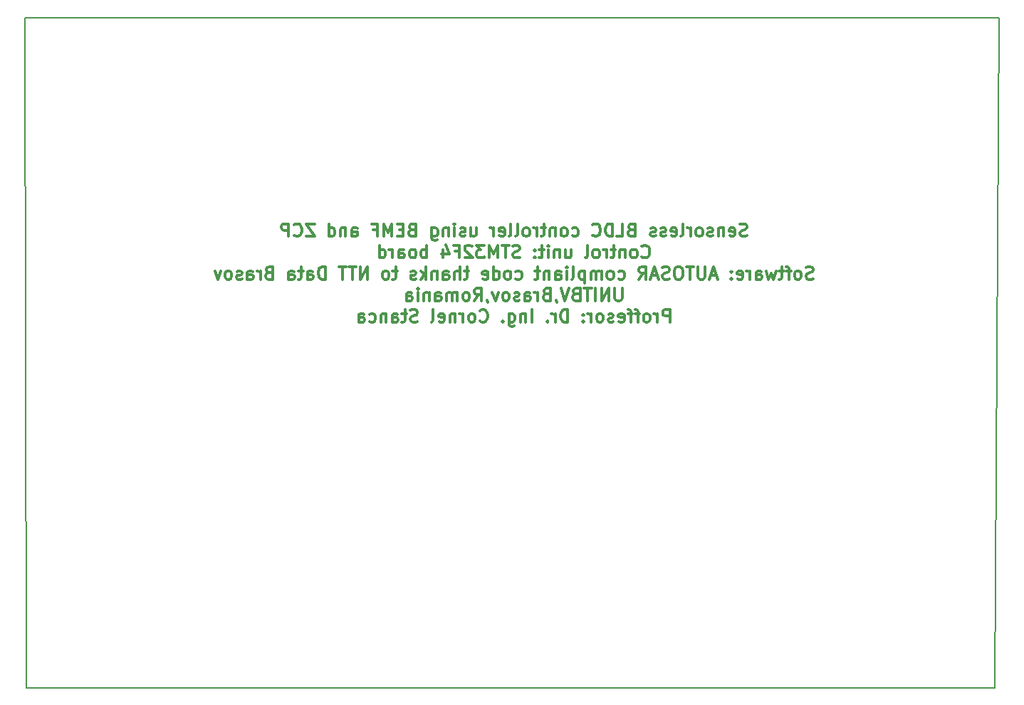
<source format=gbr>
G04 #@! TF.GenerationSoftware,KiCad,Pcbnew,(5.0.2)-1*
G04 #@! TF.CreationDate,2019-05-11T14:53:23+03:00*
G04 #@! TF.ProjectId,ESC versiune2,45534320-7665-4727-9369-756e65322e6b,rev?*
G04 #@! TF.SameCoordinates,Original*
G04 #@! TF.FileFunction,Legend,Bot*
G04 #@! TF.FilePolarity,Positive*
%FSLAX46Y46*%
G04 Gerber Fmt 4.6, Leading zero omitted, Abs format (unit mm)*
G04 Created by KiCad (PCBNEW (5.0.2)-1) date 5/11/2019 2:53:23 PM*
%MOMM*%
%LPD*%
G01*
G04 APERTURE LIST*
%ADD10C,0.300000*%
%ADD11C,0.150000*%
G04 APERTURE END LIST*
D10*
X142740571Y-77549142D02*
X142526285Y-77620571D01*
X142169142Y-77620571D01*
X142026285Y-77549142D01*
X141954857Y-77477714D01*
X141883428Y-77334857D01*
X141883428Y-77192000D01*
X141954857Y-77049142D01*
X142026285Y-76977714D01*
X142169142Y-76906285D01*
X142454857Y-76834857D01*
X142597714Y-76763428D01*
X142669142Y-76692000D01*
X142740571Y-76549142D01*
X142740571Y-76406285D01*
X142669142Y-76263428D01*
X142597714Y-76192000D01*
X142454857Y-76120571D01*
X142097714Y-76120571D01*
X141883428Y-76192000D01*
X140669142Y-77549142D02*
X140812000Y-77620571D01*
X141097714Y-77620571D01*
X141240571Y-77549142D01*
X141312000Y-77406285D01*
X141312000Y-76834857D01*
X141240571Y-76692000D01*
X141097714Y-76620571D01*
X140812000Y-76620571D01*
X140669142Y-76692000D01*
X140597714Y-76834857D01*
X140597714Y-76977714D01*
X141312000Y-77120571D01*
X139954857Y-76620571D02*
X139954857Y-77620571D01*
X139954857Y-76763428D02*
X139883428Y-76692000D01*
X139740571Y-76620571D01*
X139526285Y-76620571D01*
X139383428Y-76692000D01*
X139312000Y-76834857D01*
X139312000Y-77620571D01*
X138669142Y-77549142D02*
X138526285Y-77620571D01*
X138240571Y-77620571D01*
X138097714Y-77549142D01*
X138026285Y-77406285D01*
X138026285Y-77334857D01*
X138097714Y-77192000D01*
X138240571Y-77120571D01*
X138454857Y-77120571D01*
X138597714Y-77049142D01*
X138669142Y-76906285D01*
X138669142Y-76834857D01*
X138597714Y-76692000D01*
X138454857Y-76620571D01*
X138240571Y-76620571D01*
X138097714Y-76692000D01*
X137169142Y-77620571D02*
X137312000Y-77549142D01*
X137383428Y-77477714D01*
X137454857Y-77334857D01*
X137454857Y-76906285D01*
X137383428Y-76763428D01*
X137312000Y-76692000D01*
X137169142Y-76620571D01*
X136954857Y-76620571D01*
X136812000Y-76692000D01*
X136740571Y-76763428D01*
X136669142Y-76906285D01*
X136669142Y-77334857D01*
X136740571Y-77477714D01*
X136812000Y-77549142D01*
X136954857Y-77620571D01*
X137169142Y-77620571D01*
X136026285Y-77620571D02*
X136026285Y-76620571D01*
X136026285Y-76906285D02*
X135954857Y-76763428D01*
X135883428Y-76692000D01*
X135740571Y-76620571D01*
X135597714Y-76620571D01*
X134883428Y-77620571D02*
X135026285Y-77549142D01*
X135097714Y-77406285D01*
X135097714Y-76120571D01*
X133740571Y-77549142D02*
X133883428Y-77620571D01*
X134169142Y-77620571D01*
X134312000Y-77549142D01*
X134383428Y-77406285D01*
X134383428Y-76834857D01*
X134312000Y-76692000D01*
X134169142Y-76620571D01*
X133883428Y-76620571D01*
X133740571Y-76692000D01*
X133669142Y-76834857D01*
X133669142Y-76977714D01*
X134383428Y-77120571D01*
X133097714Y-77549142D02*
X132954857Y-77620571D01*
X132669142Y-77620571D01*
X132526285Y-77549142D01*
X132454857Y-77406285D01*
X132454857Y-77334857D01*
X132526285Y-77192000D01*
X132669142Y-77120571D01*
X132883428Y-77120571D01*
X133026285Y-77049142D01*
X133097714Y-76906285D01*
X133097714Y-76834857D01*
X133026285Y-76692000D01*
X132883428Y-76620571D01*
X132669142Y-76620571D01*
X132526285Y-76692000D01*
X131883428Y-77549142D02*
X131740571Y-77620571D01*
X131454857Y-77620571D01*
X131312000Y-77549142D01*
X131240571Y-77406285D01*
X131240571Y-77334857D01*
X131312000Y-77192000D01*
X131454857Y-77120571D01*
X131669142Y-77120571D01*
X131812000Y-77049142D01*
X131883428Y-76906285D01*
X131883428Y-76834857D01*
X131812000Y-76692000D01*
X131669142Y-76620571D01*
X131454857Y-76620571D01*
X131312000Y-76692000D01*
X128954857Y-76834857D02*
X128740571Y-76906285D01*
X128669142Y-76977714D01*
X128597714Y-77120571D01*
X128597714Y-77334857D01*
X128669142Y-77477714D01*
X128740571Y-77549142D01*
X128883428Y-77620571D01*
X129454857Y-77620571D01*
X129454857Y-76120571D01*
X128954857Y-76120571D01*
X128812000Y-76192000D01*
X128740571Y-76263428D01*
X128669142Y-76406285D01*
X128669142Y-76549142D01*
X128740571Y-76692000D01*
X128812000Y-76763428D01*
X128954857Y-76834857D01*
X129454857Y-76834857D01*
X127240571Y-77620571D02*
X127954857Y-77620571D01*
X127954857Y-76120571D01*
X126740571Y-77620571D02*
X126740571Y-76120571D01*
X126383428Y-76120571D01*
X126169142Y-76192000D01*
X126026285Y-76334857D01*
X125954857Y-76477714D01*
X125883428Y-76763428D01*
X125883428Y-76977714D01*
X125954857Y-77263428D01*
X126026285Y-77406285D01*
X126169142Y-77549142D01*
X126383428Y-77620571D01*
X126740571Y-77620571D01*
X124383428Y-77477714D02*
X124454857Y-77549142D01*
X124669142Y-77620571D01*
X124812000Y-77620571D01*
X125026285Y-77549142D01*
X125169142Y-77406285D01*
X125240571Y-77263428D01*
X125312000Y-76977714D01*
X125312000Y-76763428D01*
X125240571Y-76477714D01*
X125169142Y-76334857D01*
X125026285Y-76192000D01*
X124812000Y-76120571D01*
X124669142Y-76120571D01*
X124454857Y-76192000D01*
X124383428Y-76263428D01*
X121954857Y-77549142D02*
X122097714Y-77620571D01*
X122383428Y-77620571D01*
X122526285Y-77549142D01*
X122597714Y-77477714D01*
X122669142Y-77334857D01*
X122669142Y-76906285D01*
X122597714Y-76763428D01*
X122526285Y-76692000D01*
X122383428Y-76620571D01*
X122097714Y-76620571D01*
X121954857Y-76692000D01*
X121097714Y-77620571D02*
X121240571Y-77549142D01*
X121312000Y-77477714D01*
X121383428Y-77334857D01*
X121383428Y-76906285D01*
X121312000Y-76763428D01*
X121240571Y-76692000D01*
X121097714Y-76620571D01*
X120883428Y-76620571D01*
X120740571Y-76692000D01*
X120669142Y-76763428D01*
X120597714Y-76906285D01*
X120597714Y-77334857D01*
X120669142Y-77477714D01*
X120740571Y-77549142D01*
X120883428Y-77620571D01*
X121097714Y-77620571D01*
X119954857Y-76620571D02*
X119954857Y-77620571D01*
X119954857Y-76763428D02*
X119883428Y-76692000D01*
X119740571Y-76620571D01*
X119526285Y-76620571D01*
X119383428Y-76692000D01*
X119312000Y-76834857D01*
X119312000Y-77620571D01*
X118812000Y-76620571D02*
X118240571Y-76620571D01*
X118597714Y-76120571D02*
X118597714Y-77406285D01*
X118526285Y-77549142D01*
X118383428Y-77620571D01*
X118240571Y-77620571D01*
X117740571Y-77620571D02*
X117740571Y-76620571D01*
X117740571Y-76906285D02*
X117669142Y-76763428D01*
X117597714Y-76692000D01*
X117454857Y-76620571D01*
X117312000Y-76620571D01*
X116597714Y-77620571D02*
X116740571Y-77549142D01*
X116812000Y-77477714D01*
X116883428Y-77334857D01*
X116883428Y-76906285D01*
X116812000Y-76763428D01*
X116740571Y-76692000D01*
X116597714Y-76620571D01*
X116383428Y-76620571D01*
X116240571Y-76692000D01*
X116169142Y-76763428D01*
X116097714Y-76906285D01*
X116097714Y-77334857D01*
X116169142Y-77477714D01*
X116240571Y-77549142D01*
X116383428Y-77620571D01*
X116597714Y-77620571D01*
X115240571Y-77620571D02*
X115383428Y-77549142D01*
X115454857Y-77406285D01*
X115454857Y-76120571D01*
X114454857Y-77620571D02*
X114597714Y-77549142D01*
X114669142Y-77406285D01*
X114669142Y-76120571D01*
X113312000Y-77549142D02*
X113454857Y-77620571D01*
X113740571Y-77620571D01*
X113883428Y-77549142D01*
X113954857Y-77406285D01*
X113954857Y-76834857D01*
X113883428Y-76692000D01*
X113740571Y-76620571D01*
X113454857Y-76620571D01*
X113312000Y-76692000D01*
X113240571Y-76834857D01*
X113240571Y-76977714D01*
X113954857Y-77120571D01*
X112597714Y-77620571D02*
X112597714Y-76620571D01*
X112597714Y-76906285D02*
X112526285Y-76763428D01*
X112454857Y-76692000D01*
X112312000Y-76620571D01*
X112169142Y-76620571D01*
X109883428Y-76620571D02*
X109883428Y-77620571D01*
X110526285Y-76620571D02*
X110526285Y-77406285D01*
X110454857Y-77549142D01*
X110312000Y-77620571D01*
X110097714Y-77620571D01*
X109954857Y-77549142D01*
X109883428Y-77477714D01*
X109240571Y-77549142D02*
X109097714Y-77620571D01*
X108812000Y-77620571D01*
X108669142Y-77549142D01*
X108597714Y-77406285D01*
X108597714Y-77334857D01*
X108669142Y-77192000D01*
X108812000Y-77120571D01*
X109026285Y-77120571D01*
X109169142Y-77049142D01*
X109240571Y-76906285D01*
X109240571Y-76834857D01*
X109169142Y-76692000D01*
X109026285Y-76620571D01*
X108812000Y-76620571D01*
X108669142Y-76692000D01*
X107954857Y-77620571D02*
X107954857Y-76620571D01*
X107954857Y-76120571D02*
X108026285Y-76192000D01*
X107954857Y-76263428D01*
X107883428Y-76192000D01*
X107954857Y-76120571D01*
X107954857Y-76263428D01*
X107240571Y-76620571D02*
X107240571Y-77620571D01*
X107240571Y-76763428D02*
X107169142Y-76692000D01*
X107026285Y-76620571D01*
X106812000Y-76620571D01*
X106669142Y-76692000D01*
X106597714Y-76834857D01*
X106597714Y-77620571D01*
X105240571Y-76620571D02*
X105240571Y-77834857D01*
X105312000Y-77977714D01*
X105383428Y-78049142D01*
X105526285Y-78120571D01*
X105740571Y-78120571D01*
X105883428Y-78049142D01*
X105240571Y-77549142D02*
X105383428Y-77620571D01*
X105669142Y-77620571D01*
X105812000Y-77549142D01*
X105883428Y-77477714D01*
X105954857Y-77334857D01*
X105954857Y-76906285D01*
X105883428Y-76763428D01*
X105812000Y-76692000D01*
X105669142Y-76620571D01*
X105383428Y-76620571D01*
X105240571Y-76692000D01*
X102883428Y-76834857D02*
X102669142Y-76906285D01*
X102597714Y-76977714D01*
X102526285Y-77120571D01*
X102526285Y-77334857D01*
X102597714Y-77477714D01*
X102669142Y-77549142D01*
X102812000Y-77620571D01*
X103383428Y-77620571D01*
X103383428Y-76120571D01*
X102883428Y-76120571D01*
X102740571Y-76192000D01*
X102669142Y-76263428D01*
X102597714Y-76406285D01*
X102597714Y-76549142D01*
X102669142Y-76692000D01*
X102740571Y-76763428D01*
X102883428Y-76834857D01*
X103383428Y-76834857D01*
X101883428Y-76834857D02*
X101383428Y-76834857D01*
X101169142Y-77620571D02*
X101883428Y-77620571D01*
X101883428Y-76120571D01*
X101169142Y-76120571D01*
X100526285Y-77620571D02*
X100526285Y-76120571D01*
X100026285Y-77192000D01*
X99526285Y-76120571D01*
X99526285Y-77620571D01*
X98312000Y-76834857D02*
X98812000Y-76834857D01*
X98812000Y-77620571D02*
X98812000Y-76120571D01*
X98097714Y-76120571D01*
X95740571Y-77620571D02*
X95740571Y-76834857D01*
X95812000Y-76692000D01*
X95954857Y-76620571D01*
X96240571Y-76620571D01*
X96383428Y-76692000D01*
X95740571Y-77549142D02*
X95883428Y-77620571D01*
X96240571Y-77620571D01*
X96383428Y-77549142D01*
X96454857Y-77406285D01*
X96454857Y-77263428D01*
X96383428Y-77120571D01*
X96240571Y-77049142D01*
X95883428Y-77049142D01*
X95740571Y-76977714D01*
X95026285Y-76620571D02*
X95026285Y-77620571D01*
X95026285Y-76763428D02*
X94954857Y-76692000D01*
X94812000Y-76620571D01*
X94597714Y-76620571D01*
X94454857Y-76692000D01*
X94383428Y-76834857D01*
X94383428Y-77620571D01*
X93026285Y-77620571D02*
X93026285Y-76120571D01*
X93026285Y-77549142D02*
X93169142Y-77620571D01*
X93454857Y-77620571D01*
X93597714Y-77549142D01*
X93669142Y-77477714D01*
X93740571Y-77334857D01*
X93740571Y-76906285D01*
X93669142Y-76763428D01*
X93597714Y-76692000D01*
X93454857Y-76620571D01*
X93169142Y-76620571D01*
X93026285Y-76692000D01*
X91312000Y-76120571D02*
X90312000Y-76120571D01*
X91312000Y-77620571D01*
X90312000Y-77620571D01*
X88883428Y-77477714D02*
X88954857Y-77549142D01*
X89169142Y-77620571D01*
X89312000Y-77620571D01*
X89526285Y-77549142D01*
X89669142Y-77406285D01*
X89740571Y-77263428D01*
X89812000Y-76977714D01*
X89812000Y-76763428D01*
X89740571Y-76477714D01*
X89669142Y-76334857D01*
X89526285Y-76192000D01*
X89312000Y-76120571D01*
X89169142Y-76120571D01*
X88954857Y-76192000D01*
X88883428Y-76263428D01*
X88240571Y-77620571D02*
X88240571Y-76120571D01*
X87669142Y-76120571D01*
X87526285Y-76192000D01*
X87454857Y-76263428D01*
X87383428Y-76406285D01*
X87383428Y-76620571D01*
X87454857Y-76763428D01*
X87526285Y-76834857D01*
X87669142Y-76906285D01*
X88240571Y-76906285D01*
X130240571Y-80027714D02*
X130312000Y-80099142D01*
X130526285Y-80170571D01*
X130669142Y-80170571D01*
X130883428Y-80099142D01*
X131026285Y-79956285D01*
X131097714Y-79813428D01*
X131169142Y-79527714D01*
X131169142Y-79313428D01*
X131097714Y-79027714D01*
X131026285Y-78884857D01*
X130883428Y-78742000D01*
X130669142Y-78670571D01*
X130526285Y-78670571D01*
X130312000Y-78742000D01*
X130240571Y-78813428D01*
X129383428Y-80170571D02*
X129526285Y-80099142D01*
X129597714Y-80027714D01*
X129669142Y-79884857D01*
X129669142Y-79456285D01*
X129597714Y-79313428D01*
X129526285Y-79242000D01*
X129383428Y-79170571D01*
X129169142Y-79170571D01*
X129026285Y-79242000D01*
X128954857Y-79313428D01*
X128883428Y-79456285D01*
X128883428Y-79884857D01*
X128954857Y-80027714D01*
X129026285Y-80099142D01*
X129169142Y-80170571D01*
X129383428Y-80170571D01*
X128240571Y-79170571D02*
X128240571Y-80170571D01*
X128240571Y-79313428D02*
X128169142Y-79242000D01*
X128026285Y-79170571D01*
X127812000Y-79170571D01*
X127669142Y-79242000D01*
X127597714Y-79384857D01*
X127597714Y-80170571D01*
X127097714Y-79170571D02*
X126526285Y-79170571D01*
X126883428Y-78670571D02*
X126883428Y-79956285D01*
X126812000Y-80099142D01*
X126669142Y-80170571D01*
X126526285Y-80170571D01*
X126026285Y-80170571D02*
X126026285Y-79170571D01*
X126026285Y-79456285D02*
X125954857Y-79313428D01*
X125883428Y-79242000D01*
X125740571Y-79170571D01*
X125597714Y-79170571D01*
X124883428Y-80170571D02*
X125026285Y-80099142D01*
X125097714Y-80027714D01*
X125169142Y-79884857D01*
X125169142Y-79456285D01*
X125097714Y-79313428D01*
X125026285Y-79242000D01*
X124883428Y-79170571D01*
X124669142Y-79170571D01*
X124526285Y-79242000D01*
X124454857Y-79313428D01*
X124383428Y-79456285D01*
X124383428Y-79884857D01*
X124454857Y-80027714D01*
X124526285Y-80099142D01*
X124669142Y-80170571D01*
X124883428Y-80170571D01*
X123526285Y-80170571D02*
X123669142Y-80099142D01*
X123740571Y-79956285D01*
X123740571Y-78670571D01*
X121169142Y-79170571D02*
X121169142Y-80170571D01*
X121812000Y-79170571D02*
X121812000Y-79956285D01*
X121740571Y-80099142D01*
X121597714Y-80170571D01*
X121383428Y-80170571D01*
X121240571Y-80099142D01*
X121169142Y-80027714D01*
X120454857Y-79170571D02*
X120454857Y-80170571D01*
X120454857Y-79313428D02*
X120383428Y-79242000D01*
X120240571Y-79170571D01*
X120026285Y-79170571D01*
X119883428Y-79242000D01*
X119812000Y-79384857D01*
X119812000Y-80170571D01*
X119097714Y-80170571D02*
X119097714Y-79170571D01*
X119097714Y-78670571D02*
X119169142Y-78742000D01*
X119097714Y-78813428D01*
X119026285Y-78742000D01*
X119097714Y-78670571D01*
X119097714Y-78813428D01*
X118597714Y-79170571D02*
X118026285Y-79170571D01*
X118383428Y-78670571D02*
X118383428Y-79956285D01*
X118312000Y-80099142D01*
X118169142Y-80170571D01*
X118026285Y-80170571D01*
X117526285Y-80027714D02*
X117454857Y-80099142D01*
X117526285Y-80170571D01*
X117597714Y-80099142D01*
X117526285Y-80027714D01*
X117526285Y-80170571D01*
X117526285Y-79242000D02*
X117454857Y-79313428D01*
X117526285Y-79384857D01*
X117597714Y-79313428D01*
X117526285Y-79242000D01*
X117526285Y-79384857D01*
X115740571Y-80099142D02*
X115526285Y-80170571D01*
X115169142Y-80170571D01*
X115026285Y-80099142D01*
X114954857Y-80027714D01*
X114883428Y-79884857D01*
X114883428Y-79742000D01*
X114954857Y-79599142D01*
X115026285Y-79527714D01*
X115169142Y-79456285D01*
X115454857Y-79384857D01*
X115597714Y-79313428D01*
X115669142Y-79242000D01*
X115740571Y-79099142D01*
X115740571Y-78956285D01*
X115669142Y-78813428D01*
X115597714Y-78742000D01*
X115454857Y-78670571D01*
X115097714Y-78670571D01*
X114883428Y-78742000D01*
X114454857Y-78670571D02*
X113597714Y-78670571D01*
X114026285Y-80170571D02*
X114026285Y-78670571D01*
X113097714Y-80170571D02*
X113097714Y-78670571D01*
X112597714Y-79742000D01*
X112097714Y-78670571D01*
X112097714Y-80170571D01*
X111526285Y-78670571D02*
X110597714Y-78670571D01*
X111097714Y-79242000D01*
X110883428Y-79242000D01*
X110740571Y-79313428D01*
X110669142Y-79384857D01*
X110597714Y-79527714D01*
X110597714Y-79884857D01*
X110669142Y-80027714D01*
X110740571Y-80099142D01*
X110883428Y-80170571D01*
X111312000Y-80170571D01*
X111454857Y-80099142D01*
X111526285Y-80027714D01*
X110026285Y-78813428D02*
X109954857Y-78742000D01*
X109812000Y-78670571D01*
X109454857Y-78670571D01*
X109312000Y-78742000D01*
X109240571Y-78813428D01*
X109169142Y-78956285D01*
X109169142Y-79099142D01*
X109240571Y-79313428D01*
X110097714Y-80170571D01*
X109169142Y-80170571D01*
X108026285Y-79384857D02*
X108526285Y-79384857D01*
X108526285Y-80170571D02*
X108526285Y-78670571D01*
X107812000Y-78670571D01*
X106597714Y-79170571D02*
X106597714Y-80170571D01*
X106954857Y-78599142D02*
X107312000Y-79670571D01*
X106383428Y-79670571D01*
X104669142Y-80170571D02*
X104669142Y-78670571D01*
X104669142Y-79242000D02*
X104526285Y-79170571D01*
X104240571Y-79170571D01*
X104097714Y-79242000D01*
X104026285Y-79313428D01*
X103954857Y-79456285D01*
X103954857Y-79884857D01*
X104026285Y-80027714D01*
X104097714Y-80099142D01*
X104240571Y-80170571D01*
X104526285Y-80170571D01*
X104669142Y-80099142D01*
X103097714Y-80170571D02*
X103240571Y-80099142D01*
X103312000Y-80027714D01*
X103383428Y-79884857D01*
X103383428Y-79456285D01*
X103312000Y-79313428D01*
X103240571Y-79242000D01*
X103097714Y-79170571D01*
X102883428Y-79170571D01*
X102740571Y-79242000D01*
X102669142Y-79313428D01*
X102597714Y-79456285D01*
X102597714Y-79884857D01*
X102669142Y-80027714D01*
X102740571Y-80099142D01*
X102883428Y-80170571D01*
X103097714Y-80170571D01*
X101312000Y-80170571D02*
X101312000Y-79384857D01*
X101383428Y-79242000D01*
X101526285Y-79170571D01*
X101812000Y-79170571D01*
X101954857Y-79242000D01*
X101312000Y-80099142D02*
X101454857Y-80170571D01*
X101812000Y-80170571D01*
X101954857Y-80099142D01*
X102026285Y-79956285D01*
X102026285Y-79813428D01*
X101954857Y-79670571D01*
X101812000Y-79599142D01*
X101454857Y-79599142D01*
X101312000Y-79527714D01*
X100597714Y-80170571D02*
X100597714Y-79170571D01*
X100597714Y-79456285D02*
X100526285Y-79313428D01*
X100454857Y-79242000D01*
X100312000Y-79170571D01*
X100169142Y-79170571D01*
X99026285Y-80170571D02*
X99026285Y-78670571D01*
X99026285Y-80099142D02*
X99169142Y-80170571D01*
X99454857Y-80170571D01*
X99597714Y-80099142D01*
X99669142Y-80027714D01*
X99740571Y-79884857D01*
X99740571Y-79456285D01*
X99669142Y-79313428D01*
X99597714Y-79242000D01*
X99454857Y-79170571D01*
X99169142Y-79170571D01*
X99026285Y-79242000D01*
X150597714Y-82649142D02*
X150383428Y-82720571D01*
X150026285Y-82720571D01*
X149883428Y-82649142D01*
X149812000Y-82577714D01*
X149740571Y-82434857D01*
X149740571Y-82292000D01*
X149812000Y-82149142D01*
X149883428Y-82077714D01*
X150026285Y-82006285D01*
X150312000Y-81934857D01*
X150454857Y-81863428D01*
X150526285Y-81792000D01*
X150597714Y-81649142D01*
X150597714Y-81506285D01*
X150526285Y-81363428D01*
X150454857Y-81292000D01*
X150312000Y-81220571D01*
X149954857Y-81220571D01*
X149740571Y-81292000D01*
X148883428Y-82720571D02*
X149026285Y-82649142D01*
X149097714Y-82577714D01*
X149169142Y-82434857D01*
X149169142Y-82006285D01*
X149097714Y-81863428D01*
X149026285Y-81792000D01*
X148883428Y-81720571D01*
X148669142Y-81720571D01*
X148526285Y-81792000D01*
X148454857Y-81863428D01*
X148383428Y-82006285D01*
X148383428Y-82434857D01*
X148454857Y-82577714D01*
X148526285Y-82649142D01*
X148669142Y-82720571D01*
X148883428Y-82720571D01*
X147954857Y-81720571D02*
X147383428Y-81720571D01*
X147740571Y-82720571D02*
X147740571Y-81434857D01*
X147669142Y-81292000D01*
X147526285Y-81220571D01*
X147383428Y-81220571D01*
X147097714Y-81720571D02*
X146526285Y-81720571D01*
X146883428Y-81220571D02*
X146883428Y-82506285D01*
X146812000Y-82649142D01*
X146669142Y-82720571D01*
X146526285Y-82720571D01*
X146169142Y-81720571D02*
X145883428Y-82720571D01*
X145597714Y-82006285D01*
X145312000Y-82720571D01*
X145026285Y-81720571D01*
X143812000Y-82720571D02*
X143812000Y-81934857D01*
X143883428Y-81792000D01*
X144026285Y-81720571D01*
X144312000Y-81720571D01*
X144454857Y-81792000D01*
X143812000Y-82649142D02*
X143954857Y-82720571D01*
X144312000Y-82720571D01*
X144454857Y-82649142D01*
X144526285Y-82506285D01*
X144526285Y-82363428D01*
X144454857Y-82220571D01*
X144312000Y-82149142D01*
X143954857Y-82149142D01*
X143812000Y-82077714D01*
X143097714Y-82720571D02*
X143097714Y-81720571D01*
X143097714Y-82006285D02*
X143026285Y-81863428D01*
X142954857Y-81792000D01*
X142812000Y-81720571D01*
X142669142Y-81720571D01*
X141597714Y-82649142D02*
X141740571Y-82720571D01*
X142026285Y-82720571D01*
X142169142Y-82649142D01*
X142240571Y-82506285D01*
X142240571Y-81934857D01*
X142169142Y-81792000D01*
X142026285Y-81720571D01*
X141740571Y-81720571D01*
X141597714Y-81792000D01*
X141526285Y-81934857D01*
X141526285Y-82077714D01*
X142240571Y-82220571D01*
X140883428Y-82577714D02*
X140812000Y-82649142D01*
X140883428Y-82720571D01*
X140954857Y-82649142D01*
X140883428Y-82577714D01*
X140883428Y-82720571D01*
X140883428Y-81792000D02*
X140812000Y-81863428D01*
X140883428Y-81934857D01*
X140954857Y-81863428D01*
X140883428Y-81792000D01*
X140883428Y-81934857D01*
X139097714Y-82292000D02*
X138383428Y-82292000D01*
X139240571Y-82720571D02*
X138740571Y-81220571D01*
X138240571Y-82720571D01*
X137740571Y-81220571D02*
X137740571Y-82434857D01*
X137669142Y-82577714D01*
X137597714Y-82649142D01*
X137454857Y-82720571D01*
X137169142Y-82720571D01*
X137026285Y-82649142D01*
X136954857Y-82577714D01*
X136883428Y-82434857D01*
X136883428Y-81220571D01*
X136383428Y-81220571D02*
X135526285Y-81220571D01*
X135954857Y-82720571D02*
X135954857Y-81220571D01*
X134740571Y-81220571D02*
X134454857Y-81220571D01*
X134312000Y-81292000D01*
X134169142Y-81434857D01*
X134097714Y-81720571D01*
X134097714Y-82220571D01*
X134169142Y-82506285D01*
X134312000Y-82649142D01*
X134454857Y-82720571D01*
X134740571Y-82720571D01*
X134883428Y-82649142D01*
X135026285Y-82506285D01*
X135097714Y-82220571D01*
X135097714Y-81720571D01*
X135026285Y-81434857D01*
X134883428Y-81292000D01*
X134740571Y-81220571D01*
X133526285Y-82649142D02*
X133312000Y-82720571D01*
X132954857Y-82720571D01*
X132812000Y-82649142D01*
X132740571Y-82577714D01*
X132669142Y-82434857D01*
X132669142Y-82292000D01*
X132740571Y-82149142D01*
X132812000Y-82077714D01*
X132954857Y-82006285D01*
X133240571Y-81934857D01*
X133383428Y-81863428D01*
X133454857Y-81792000D01*
X133526285Y-81649142D01*
X133526285Y-81506285D01*
X133454857Y-81363428D01*
X133383428Y-81292000D01*
X133240571Y-81220571D01*
X132883428Y-81220571D01*
X132669142Y-81292000D01*
X132097714Y-82292000D02*
X131383428Y-82292000D01*
X132240571Y-82720571D02*
X131740571Y-81220571D01*
X131240571Y-82720571D01*
X129883428Y-82720571D02*
X130383428Y-82006285D01*
X130740571Y-82720571D02*
X130740571Y-81220571D01*
X130169142Y-81220571D01*
X130026285Y-81292000D01*
X129954857Y-81363428D01*
X129883428Y-81506285D01*
X129883428Y-81720571D01*
X129954857Y-81863428D01*
X130026285Y-81934857D01*
X130169142Y-82006285D01*
X130740571Y-82006285D01*
X127454857Y-82649142D02*
X127597714Y-82720571D01*
X127883428Y-82720571D01*
X128026285Y-82649142D01*
X128097714Y-82577714D01*
X128169142Y-82434857D01*
X128169142Y-82006285D01*
X128097714Y-81863428D01*
X128026285Y-81792000D01*
X127883428Y-81720571D01*
X127597714Y-81720571D01*
X127454857Y-81792000D01*
X126597714Y-82720571D02*
X126740571Y-82649142D01*
X126812000Y-82577714D01*
X126883428Y-82434857D01*
X126883428Y-82006285D01*
X126812000Y-81863428D01*
X126740571Y-81792000D01*
X126597714Y-81720571D01*
X126383428Y-81720571D01*
X126240571Y-81792000D01*
X126169142Y-81863428D01*
X126097714Y-82006285D01*
X126097714Y-82434857D01*
X126169142Y-82577714D01*
X126240571Y-82649142D01*
X126383428Y-82720571D01*
X126597714Y-82720571D01*
X125454857Y-82720571D02*
X125454857Y-81720571D01*
X125454857Y-81863428D02*
X125383428Y-81792000D01*
X125240571Y-81720571D01*
X125026285Y-81720571D01*
X124883428Y-81792000D01*
X124812000Y-81934857D01*
X124812000Y-82720571D01*
X124812000Y-81934857D02*
X124740571Y-81792000D01*
X124597714Y-81720571D01*
X124383428Y-81720571D01*
X124240571Y-81792000D01*
X124169142Y-81934857D01*
X124169142Y-82720571D01*
X123454857Y-81720571D02*
X123454857Y-83220571D01*
X123454857Y-81792000D02*
X123312000Y-81720571D01*
X123026285Y-81720571D01*
X122883428Y-81792000D01*
X122812000Y-81863428D01*
X122740571Y-82006285D01*
X122740571Y-82434857D01*
X122812000Y-82577714D01*
X122883428Y-82649142D01*
X123026285Y-82720571D01*
X123312000Y-82720571D01*
X123454857Y-82649142D01*
X121883428Y-82720571D02*
X122026285Y-82649142D01*
X122097714Y-82506285D01*
X122097714Y-81220571D01*
X121312000Y-82720571D02*
X121312000Y-81720571D01*
X121312000Y-81220571D02*
X121383428Y-81292000D01*
X121312000Y-81363428D01*
X121240571Y-81292000D01*
X121312000Y-81220571D01*
X121312000Y-81363428D01*
X119954857Y-82720571D02*
X119954857Y-81934857D01*
X120026285Y-81792000D01*
X120169142Y-81720571D01*
X120454857Y-81720571D01*
X120597714Y-81792000D01*
X119954857Y-82649142D02*
X120097714Y-82720571D01*
X120454857Y-82720571D01*
X120597714Y-82649142D01*
X120669142Y-82506285D01*
X120669142Y-82363428D01*
X120597714Y-82220571D01*
X120454857Y-82149142D01*
X120097714Y-82149142D01*
X119954857Y-82077714D01*
X119240571Y-81720571D02*
X119240571Y-82720571D01*
X119240571Y-81863428D02*
X119169142Y-81792000D01*
X119026285Y-81720571D01*
X118812000Y-81720571D01*
X118669142Y-81792000D01*
X118597714Y-81934857D01*
X118597714Y-82720571D01*
X118097714Y-81720571D02*
X117526285Y-81720571D01*
X117883428Y-81220571D02*
X117883428Y-82506285D01*
X117812000Y-82649142D01*
X117669142Y-82720571D01*
X117526285Y-82720571D01*
X115240571Y-82649142D02*
X115383428Y-82720571D01*
X115669142Y-82720571D01*
X115812000Y-82649142D01*
X115883428Y-82577714D01*
X115954857Y-82434857D01*
X115954857Y-82006285D01*
X115883428Y-81863428D01*
X115812000Y-81792000D01*
X115669142Y-81720571D01*
X115383428Y-81720571D01*
X115240571Y-81792000D01*
X114383428Y-82720571D02*
X114526285Y-82649142D01*
X114597714Y-82577714D01*
X114669142Y-82434857D01*
X114669142Y-82006285D01*
X114597714Y-81863428D01*
X114526285Y-81792000D01*
X114383428Y-81720571D01*
X114169142Y-81720571D01*
X114026285Y-81792000D01*
X113954857Y-81863428D01*
X113883428Y-82006285D01*
X113883428Y-82434857D01*
X113954857Y-82577714D01*
X114026285Y-82649142D01*
X114169142Y-82720571D01*
X114383428Y-82720571D01*
X112597714Y-82720571D02*
X112597714Y-81220571D01*
X112597714Y-82649142D02*
X112740571Y-82720571D01*
X113026285Y-82720571D01*
X113169142Y-82649142D01*
X113240571Y-82577714D01*
X113312000Y-82434857D01*
X113312000Y-82006285D01*
X113240571Y-81863428D01*
X113169142Y-81792000D01*
X113026285Y-81720571D01*
X112740571Y-81720571D01*
X112597714Y-81792000D01*
X111312000Y-82649142D02*
X111454857Y-82720571D01*
X111740571Y-82720571D01*
X111883428Y-82649142D01*
X111954857Y-82506285D01*
X111954857Y-81934857D01*
X111883428Y-81792000D01*
X111740571Y-81720571D01*
X111454857Y-81720571D01*
X111312000Y-81792000D01*
X111240571Y-81934857D01*
X111240571Y-82077714D01*
X111954857Y-82220571D01*
X109669142Y-81720571D02*
X109097714Y-81720571D01*
X109454857Y-81220571D02*
X109454857Y-82506285D01*
X109383428Y-82649142D01*
X109240571Y-82720571D01*
X109097714Y-82720571D01*
X108597714Y-82720571D02*
X108597714Y-81220571D01*
X107954857Y-82720571D02*
X107954857Y-81934857D01*
X108026285Y-81792000D01*
X108169142Y-81720571D01*
X108383428Y-81720571D01*
X108526285Y-81792000D01*
X108597714Y-81863428D01*
X106597714Y-82720571D02*
X106597714Y-81934857D01*
X106669142Y-81792000D01*
X106812000Y-81720571D01*
X107097714Y-81720571D01*
X107240571Y-81792000D01*
X106597714Y-82649142D02*
X106740571Y-82720571D01*
X107097714Y-82720571D01*
X107240571Y-82649142D01*
X107312000Y-82506285D01*
X107312000Y-82363428D01*
X107240571Y-82220571D01*
X107097714Y-82149142D01*
X106740571Y-82149142D01*
X106597714Y-82077714D01*
X105883428Y-81720571D02*
X105883428Y-82720571D01*
X105883428Y-81863428D02*
X105812000Y-81792000D01*
X105669142Y-81720571D01*
X105454857Y-81720571D01*
X105312000Y-81792000D01*
X105240571Y-81934857D01*
X105240571Y-82720571D01*
X104526285Y-82720571D02*
X104526285Y-81220571D01*
X104383428Y-82149142D02*
X103954857Y-82720571D01*
X103954857Y-81720571D02*
X104526285Y-82292000D01*
X103383428Y-82649142D02*
X103240571Y-82720571D01*
X102954857Y-82720571D01*
X102812000Y-82649142D01*
X102740571Y-82506285D01*
X102740571Y-82434857D01*
X102812000Y-82292000D01*
X102954857Y-82220571D01*
X103169142Y-82220571D01*
X103312000Y-82149142D01*
X103383428Y-82006285D01*
X103383428Y-81934857D01*
X103312000Y-81792000D01*
X103169142Y-81720571D01*
X102954857Y-81720571D01*
X102812000Y-81792000D01*
X101169142Y-81720571D02*
X100597714Y-81720571D01*
X100954857Y-81220571D02*
X100954857Y-82506285D01*
X100883428Y-82649142D01*
X100740571Y-82720571D01*
X100597714Y-82720571D01*
X99883428Y-82720571D02*
X100026285Y-82649142D01*
X100097714Y-82577714D01*
X100169142Y-82434857D01*
X100169142Y-82006285D01*
X100097714Y-81863428D01*
X100026285Y-81792000D01*
X99883428Y-81720571D01*
X99669142Y-81720571D01*
X99526285Y-81792000D01*
X99454857Y-81863428D01*
X99383428Y-82006285D01*
X99383428Y-82434857D01*
X99454857Y-82577714D01*
X99526285Y-82649142D01*
X99669142Y-82720571D01*
X99883428Y-82720571D01*
X97597714Y-82720571D02*
X97597714Y-81220571D01*
X96740571Y-82720571D01*
X96740571Y-81220571D01*
X96240571Y-81220571D02*
X95383428Y-81220571D01*
X95812000Y-82720571D02*
X95812000Y-81220571D01*
X95097714Y-81220571D02*
X94240571Y-81220571D01*
X94669142Y-82720571D02*
X94669142Y-81220571D01*
X92597714Y-82720571D02*
X92597714Y-81220571D01*
X92240571Y-81220571D01*
X92026285Y-81292000D01*
X91883428Y-81434857D01*
X91812000Y-81577714D01*
X91740571Y-81863428D01*
X91740571Y-82077714D01*
X91812000Y-82363428D01*
X91883428Y-82506285D01*
X92026285Y-82649142D01*
X92240571Y-82720571D01*
X92597714Y-82720571D01*
X90454857Y-82720571D02*
X90454857Y-81934857D01*
X90526285Y-81792000D01*
X90669142Y-81720571D01*
X90954857Y-81720571D01*
X91097714Y-81792000D01*
X90454857Y-82649142D02*
X90597714Y-82720571D01*
X90954857Y-82720571D01*
X91097714Y-82649142D01*
X91169142Y-82506285D01*
X91169142Y-82363428D01*
X91097714Y-82220571D01*
X90954857Y-82149142D01*
X90597714Y-82149142D01*
X90454857Y-82077714D01*
X89954857Y-81720571D02*
X89383428Y-81720571D01*
X89740571Y-81220571D02*
X89740571Y-82506285D01*
X89669142Y-82649142D01*
X89526285Y-82720571D01*
X89383428Y-82720571D01*
X88240571Y-82720571D02*
X88240571Y-81934857D01*
X88312000Y-81792000D01*
X88454857Y-81720571D01*
X88740571Y-81720571D01*
X88883428Y-81792000D01*
X88240571Y-82649142D02*
X88383428Y-82720571D01*
X88740571Y-82720571D01*
X88883428Y-82649142D01*
X88954857Y-82506285D01*
X88954857Y-82363428D01*
X88883428Y-82220571D01*
X88740571Y-82149142D01*
X88383428Y-82149142D01*
X88240571Y-82077714D01*
X85883428Y-81934857D02*
X85669142Y-82006285D01*
X85597714Y-82077714D01*
X85526285Y-82220571D01*
X85526285Y-82434857D01*
X85597714Y-82577714D01*
X85669142Y-82649142D01*
X85812000Y-82720571D01*
X86383428Y-82720571D01*
X86383428Y-81220571D01*
X85883428Y-81220571D01*
X85740571Y-81292000D01*
X85669142Y-81363428D01*
X85597714Y-81506285D01*
X85597714Y-81649142D01*
X85669142Y-81792000D01*
X85740571Y-81863428D01*
X85883428Y-81934857D01*
X86383428Y-81934857D01*
X84883428Y-82720571D02*
X84883428Y-81720571D01*
X84883428Y-82006285D02*
X84812000Y-81863428D01*
X84740571Y-81792000D01*
X84597714Y-81720571D01*
X84454857Y-81720571D01*
X83312000Y-82720571D02*
X83312000Y-81934857D01*
X83383428Y-81792000D01*
X83526285Y-81720571D01*
X83812000Y-81720571D01*
X83954857Y-81792000D01*
X83312000Y-82649142D02*
X83454857Y-82720571D01*
X83812000Y-82720571D01*
X83954857Y-82649142D01*
X84026285Y-82506285D01*
X84026285Y-82363428D01*
X83954857Y-82220571D01*
X83812000Y-82149142D01*
X83454857Y-82149142D01*
X83312000Y-82077714D01*
X82669142Y-82649142D02*
X82526285Y-82720571D01*
X82240571Y-82720571D01*
X82097714Y-82649142D01*
X82026285Y-82506285D01*
X82026285Y-82434857D01*
X82097714Y-82292000D01*
X82240571Y-82220571D01*
X82454857Y-82220571D01*
X82597714Y-82149142D01*
X82669142Y-82006285D01*
X82669142Y-81934857D01*
X82597714Y-81792000D01*
X82454857Y-81720571D01*
X82240571Y-81720571D01*
X82097714Y-81792000D01*
X81169142Y-82720571D02*
X81312000Y-82649142D01*
X81383428Y-82577714D01*
X81454857Y-82434857D01*
X81454857Y-82006285D01*
X81383428Y-81863428D01*
X81312000Y-81792000D01*
X81169142Y-81720571D01*
X80954857Y-81720571D01*
X80812000Y-81792000D01*
X80740571Y-81863428D01*
X80669142Y-82006285D01*
X80669142Y-82434857D01*
X80740571Y-82577714D01*
X80812000Y-82649142D01*
X80954857Y-82720571D01*
X81169142Y-82720571D01*
X80169142Y-81720571D02*
X79812000Y-82720571D01*
X79454857Y-81720571D01*
X127883428Y-83770571D02*
X127883428Y-84984857D01*
X127812000Y-85127714D01*
X127740571Y-85199142D01*
X127597714Y-85270571D01*
X127312000Y-85270571D01*
X127169142Y-85199142D01*
X127097714Y-85127714D01*
X127026285Y-84984857D01*
X127026285Y-83770571D01*
X126312000Y-85270571D02*
X126312000Y-83770571D01*
X125454857Y-85270571D01*
X125454857Y-83770571D01*
X124740571Y-85270571D02*
X124740571Y-83770571D01*
X124240571Y-83770571D02*
X123383428Y-83770571D01*
X123812000Y-85270571D02*
X123812000Y-83770571D01*
X122383428Y-84484857D02*
X122169142Y-84556285D01*
X122097714Y-84627714D01*
X122026285Y-84770571D01*
X122026285Y-84984857D01*
X122097714Y-85127714D01*
X122169142Y-85199142D01*
X122312000Y-85270571D01*
X122883428Y-85270571D01*
X122883428Y-83770571D01*
X122383428Y-83770571D01*
X122240571Y-83842000D01*
X122169142Y-83913428D01*
X122097714Y-84056285D01*
X122097714Y-84199142D01*
X122169142Y-84342000D01*
X122240571Y-84413428D01*
X122383428Y-84484857D01*
X122883428Y-84484857D01*
X121597714Y-83770571D02*
X121097714Y-85270571D01*
X120597714Y-83770571D01*
X120026285Y-85199142D02*
X120026285Y-85270571D01*
X120097714Y-85413428D01*
X120169142Y-85484857D01*
X118883428Y-84484857D02*
X118669142Y-84556285D01*
X118597714Y-84627714D01*
X118526285Y-84770571D01*
X118526285Y-84984857D01*
X118597714Y-85127714D01*
X118669142Y-85199142D01*
X118812000Y-85270571D01*
X119383428Y-85270571D01*
X119383428Y-83770571D01*
X118883428Y-83770571D01*
X118740571Y-83842000D01*
X118669142Y-83913428D01*
X118597714Y-84056285D01*
X118597714Y-84199142D01*
X118669142Y-84342000D01*
X118740571Y-84413428D01*
X118883428Y-84484857D01*
X119383428Y-84484857D01*
X117883428Y-85270571D02*
X117883428Y-84270571D01*
X117883428Y-84556285D02*
X117812000Y-84413428D01*
X117740571Y-84342000D01*
X117597714Y-84270571D01*
X117454857Y-84270571D01*
X116312000Y-85270571D02*
X116312000Y-84484857D01*
X116383428Y-84342000D01*
X116526285Y-84270571D01*
X116812000Y-84270571D01*
X116954857Y-84342000D01*
X116312000Y-85199142D02*
X116454857Y-85270571D01*
X116812000Y-85270571D01*
X116954857Y-85199142D01*
X117026285Y-85056285D01*
X117026285Y-84913428D01*
X116954857Y-84770571D01*
X116812000Y-84699142D01*
X116454857Y-84699142D01*
X116312000Y-84627714D01*
X115669142Y-85199142D02*
X115526285Y-85270571D01*
X115240571Y-85270571D01*
X115097714Y-85199142D01*
X115026285Y-85056285D01*
X115026285Y-84984857D01*
X115097714Y-84842000D01*
X115240571Y-84770571D01*
X115454857Y-84770571D01*
X115597714Y-84699142D01*
X115669142Y-84556285D01*
X115669142Y-84484857D01*
X115597714Y-84342000D01*
X115454857Y-84270571D01*
X115240571Y-84270571D01*
X115097714Y-84342000D01*
X114169142Y-85270571D02*
X114312000Y-85199142D01*
X114383428Y-85127714D01*
X114454857Y-84984857D01*
X114454857Y-84556285D01*
X114383428Y-84413428D01*
X114312000Y-84342000D01*
X114169142Y-84270571D01*
X113954857Y-84270571D01*
X113812000Y-84342000D01*
X113740571Y-84413428D01*
X113669142Y-84556285D01*
X113669142Y-84984857D01*
X113740571Y-85127714D01*
X113812000Y-85199142D01*
X113954857Y-85270571D01*
X114169142Y-85270571D01*
X113169142Y-84270571D02*
X112812000Y-85270571D01*
X112454857Y-84270571D01*
X111812000Y-85199142D02*
X111812000Y-85270571D01*
X111883428Y-85413428D01*
X111954857Y-85484857D01*
X110312000Y-85270571D02*
X110812000Y-84556285D01*
X111169142Y-85270571D02*
X111169142Y-83770571D01*
X110597714Y-83770571D01*
X110454857Y-83842000D01*
X110383428Y-83913428D01*
X110312000Y-84056285D01*
X110312000Y-84270571D01*
X110383428Y-84413428D01*
X110454857Y-84484857D01*
X110597714Y-84556285D01*
X111169142Y-84556285D01*
X109454857Y-85270571D02*
X109597714Y-85199142D01*
X109669142Y-85127714D01*
X109740571Y-84984857D01*
X109740571Y-84556285D01*
X109669142Y-84413428D01*
X109597714Y-84342000D01*
X109454857Y-84270571D01*
X109240571Y-84270571D01*
X109097714Y-84342000D01*
X109026285Y-84413428D01*
X108954857Y-84556285D01*
X108954857Y-84984857D01*
X109026285Y-85127714D01*
X109097714Y-85199142D01*
X109240571Y-85270571D01*
X109454857Y-85270571D01*
X108312000Y-85270571D02*
X108312000Y-84270571D01*
X108312000Y-84413428D02*
X108240571Y-84342000D01*
X108097714Y-84270571D01*
X107883428Y-84270571D01*
X107740571Y-84342000D01*
X107669142Y-84484857D01*
X107669142Y-85270571D01*
X107669142Y-84484857D02*
X107597714Y-84342000D01*
X107454857Y-84270571D01*
X107240571Y-84270571D01*
X107097714Y-84342000D01*
X107026285Y-84484857D01*
X107026285Y-85270571D01*
X105669142Y-85270571D02*
X105669142Y-84484857D01*
X105740571Y-84342000D01*
X105883428Y-84270571D01*
X106169142Y-84270571D01*
X106312000Y-84342000D01*
X105669142Y-85199142D02*
X105812000Y-85270571D01*
X106169142Y-85270571D01*
X106312000Y-85199142D01*
X106383428Y-85056285D01*
X106383428Y-84913428D01*
X106312000Y-84770571D01*
X106169142Y-84699142D01*
X105812000Y-84699142D01*
X105669142Y-84627714D01*
X104954857Y-84270571D02*
X104954857Y-85270571D01*
X104954857Y-84413428D02*
X104883428Y-84342000D01*
X104740571Y-84270571D01*
X104526285Y-84270571D01*
X104383428Y-84342000D01*
X104312000Y-84484857D01*
X104312000Y-85270571D01*
X103597714Y-85270571D02*
X103597714Y-84270571D01*
X103597714Y-83770571D02*
X103669142Y-83842000D01*
X103597714Y-83913428D01*
X103526285Y-83842000D01*
X103597714Y-83770571D01*
X103597714Y-83913428D01*
X102240571Y-85270571D02*
X102240571Y-84484857D01*
X102312000Y-84342000D01*
X102454857Y-84270571D01*
X102740571Y-84270571D01*
X102883428Y-84342000D01*
X102240571Y-85199142D02*
X102383428Y-85270571D01*
X102740571Y-85270571D01*
X102883428Y-85199142D01*
X102954857Y-85056285D01*
X102954857Y-84913428D01*
X102883428Y-84770571D01*
X102740571Y-84699142D01*
X102383428Y-84699142D01*
X102240571Y-84627714D01*
X133562000Y-87820571D02*
X133562000Y-86320571D01*
X132990571Y-86320571D01*
X132847714Y-86392000D01*
X132776285Y-86463428D01*
X132704857Y-86606285D01*
X132704857Y-86820571D01*
X132776285Y-86963428D01*
X132847714Y-87034857D01*
X132990571Y-87106285D01*
X133562000Y-87106285D01*
X132062000Y-87820571D02*
X132062000Y-86820571D01*
X132062000Y-87106285D02*
X131990571Y-86963428D01*
X131919142Y-86892000D01*
X131776285Y-86820571D01*
X131633428Y-86820571D01*
X130919142Y-87820571D02*
X131062000Y-87749142D01*
X131133428Y-87677714D01*
X131204857Y-87534857D01*
X131204857Y-87106285D01*
X131133428Y-86963428D01*
X131062000Y-86892000D01*
X130919142Y-86820571D01*
X130704857Y-86820571D01*
X130562000Y-86892000D01*
X130490571Y-86963428D01*
X130419142Y-87106285D01*
X130419142Y-87534857D01*
X130490571Y-87677714D01*
X130562000Y-87749142D01*
X130704857Y-87820571D01*
X130919142Y-87820571D01*
X129990571Y-86820571D02*
X129419142Y-86820571D01*
X129776285Y-87820571D02*
X129776285Y-86534857D01*
X129704857Y-86392000D01*
X129562000Y-86320571D01*
X129419142Y-86320571D01*
X129133428Y-86820571D02*
X128562000Y-86820571D01*
X128919142Y-87820571D02*
X128919142Y-86534857D01*
X128847714Y-86392000D01*
X128704857Y-86320571D01*
X128562000Y-86320571D01*
X127490571Y-87749142D02*
X127633428Y-87820571D01*
X127919142Y-87820571D01*
X128062000Y-87749142D01*
X128133428Y-87606285D01*
X128133428Y-87034857D01*
X128062000Y-86892000D01*
X127919142Y-86820571D01*
X127633428Y-86820571D01*
X127490571Y-86892000D01*
X127419142Y-87034857D01*
X127419142Y-87177714D01*
X128133428Y-87320571D01*
X126847714Y-87749142D02*
X126704857Y-87820571D01*
X126419142Y-87820571D01*
X126276285Y-87749142D01*
X126204857Y-87606285D01*
X126204857Y-87534857D01*
X126276285Y-87392000D01*
X126419142Y-87320571D01*
X126633428Y-87320571D01*
X126776285Y-87249142D01*
X126847714Y-87106285D01*
X126847714Y-87034857D01*
X126776285Y-86892000D01*
X126633428Y-86820571D01*
X126419142Y-86820571D01*
X126276285Y-86892000D01*
X125347714Y-87820571D02*
X125490571Y-87749142D01*
X125562000Y-87677714D01*
X125633428Y-87534857D01*
X125633428Y-87106285D01*
X125562000Y-86963428D01*
X125490571Y-86892000D01*
X125347714Y-86820571D01*
X125133428Y-86820571D01*
X124990571Y-86892000D01*
X124919142Y-86963428D01*
X124847714Y-87106285D01*
X124847714Y-87534857D01*
X124919142Y-87677714D01*
X124990571Y-87749142D01*
X125133428Y-87820571D01*
X125347714Y-87820571D01*
X124204857Y-87820571D02*
X124204857Y-86820571D01*
X124204857Y-87106285D02*
X124133428Y-86963428D01*
X124062000Y-86892000D01*
X123919142Y-86820571D01*
X123776285Y-86820571D01*
X123276285Y-87677714D02*
X123204857Y-87749142D01*
X123276285Y-87820571D01*
X123347714Y-87749142D01*
X123276285Y-87677714D01*
X123276285Y-87820571D01*
X123276285Y-86892000D02*
X123204857Y-86963428D01*
X123276285Y-87034857D01*
X123347714Y-86963428D01*
X123276285Y-86892000D01*
X123276285Y-87034857D01*
X121419142Y-87820571D02*
X121419142Y-86320571D01*
X121062000Y-86320571D01*
X120847714Y-86392000D01*
X120704857Y-86534857D01*
X120633428Y-86677714D01*
X120562000Y-86963428D01*
X120562000Y-87177714D01*
X120633428Y-87463428D01*
X120704857Y-87606285D01*
X120847714Y-87749142D01*
X121062000Y-87820571D01*
X121419142Y-87820571D01*
X119919142Y-87820571D02*
X119919142Y-86820571D01*
X119919142Y-87106285D02*
X119847714Y-86963428D01*
X119776285Y-86892000D01*
X119633428Y-86820571D01*
X119490571Y-86820571D01*
X118990571Y-87677714D02*
X118919142Y-87749142D01*
X118990571Y-87820571D01*
X119062000Y-87749142D01*
X118990571Y-87677714D01*
X118990571Y-87820571D01*
X117133428Y-87820571D02*
X117133428Y-86320571D01*
X116419142Y-86820571D02*
X116419142Y-87820571D01*
X116419142Y-86963428D02*
X116347714Y-86892000D01*
X116204857Y-86820571D01*
X115990571Y-86820571D01*
X115847714Y-86892000D01*
X115776285Y-87034857D01*
X115776285Y-87820571D01*
X114419142Y-86820571D02*
X114419142Y-88034857D01*
X114490571Y-88177714D01*
X114562000Y-88249142D01*
X114704857Y-88320571D01*
X114919142Y-88320571D01*
X115062000Y-88249142D01*
X114419142Y-87749142D02*
X114562000Y-87820571D01*
X114847714Y-87820571D01*
X114990571Y-87749142D01*
X115062000Y-87677714D01*
X115133428Y-87534857D01*
X115133428Y-87106285D01*
X115062000Y-86963428D01*
X114990571Y-86892000D01*
X114847714Y-86820571D01*
X114562000Y-86820571D01*
X114419142Y-86892000D01*
X113704857Y-87677714D02*
X113633428Y-87749142D01*
X113704857Y-87820571D01*
X113776285Y-87749142D01*
X113704857Y-87677714D01*
X113704857Y-87820571D01*
X110990571Y-87677714D02*
X111062000Y-87749142D01*
X111276285Y-87820571D01*
X111419142Y-87820571D01*
X111633428Y-87749142D01*
X111776285Y-87606285D01*
X111847714Y-87463428D01*
X111919142Y-87177714D01*
X111919142Y-86963428D01*
X111847714Y-86677714D01*
X111776285Y-86534857D01*
X111633428Y-86392000D01*
X111419142Y-86320571D01*
X111276285Y-86320571D01*
X111062000Y-86392000D01*
X110990571Y-86463428D01*
X110133428Y-87820571D02*
X110276285Y-87749142D01*
X110347714Y-87677714D01*
X110419142Y-87534857D01*
X110419142Y-87106285D01*
X110347714Y-86963428D01*
X110276285Y-86892000D01*
X110133428Y-86820571D01*
X109919142Y-86820571D01*
X109776285Y-86892000D01*
X109704857Y-86963428D01*
X109633428Y-87106285D01*
X109633428Y-87534857D01*
X109704857Y-87677714D01*
X109776285Y-87749142D01*
X109919142Y-87820571D01*
X110133428Y-87820571D01*
X108990571Y-87820571D02*
X108990571Y-86820571D01*
X108990571Y-87106285D02*
X108919142Y-86963428D01*
X108847714Y-86892000D01*
X108704857Y-86820571D01*
X108562000Y-86820571D01*
X108062000Y-86820571D02*
X108062000Y-87820571D01*
X108062000Y-86963428D02*
X107990571Y-86892000D01*
X107847714Y-86820571D01*
X107633428Y-86820571D01*
X107490571Y-86892000D01*
X107419142Y-87034857D01*
X107419142Y-87820571D01*
X106133428Y-87749142D02*
X106276285Y-87820571D01*
X106562000Y-87820571D01*
X106704857Y-87749142D01*
X106776285Y-87606285D01*
X106776285Y-87034857D01*
X106704857Y-86892000D01*
X106562000Y-86820571D01*
X106276285Y-86820571D01*
X106133428Y-86892000D01*
X106062000Y-87034857D01*
X106062000Y-87177714D01*
X106776285Y-87320571D01*
X105204857Y-87820571D02*
X105347714Y-87749142D01*
X105419142Y-87606285D01*
X105419142Y-86320571D01*
X103562000Y-87749142D02*
X103347714Y-87820571D01*
X102990571Y-87820571D01*
X102847714Y-87749142D01*
X102776285Y-87677714D01*
X102704857Y-87534857D01*
X102704857Y-87392000D01*
X102776285Y-87249142D01*
X102847714Y-87177714D01*
X102990571Y-87106285D01*
X103276285Y-87034857D01*
X103419142Y-86963428D01*
X103490571Y-86892000D01*
X103562000Y-86749142D01*
X103562000Y-86606285D01*
X103490571Y-86463428D01*
X103419142Y-86392000D01*
X103276285Y-86320571D01*
X102919142Y-86320571D01*
X102704857Y-86392000D01*
X102276285Y-86820571D02*
X101704857Y-86820571D01*
X102062000Y-86320571D02*
X102062000Y-87606285D01*
X101990571Y-87749142D01*
X101847714Y-87820571D01*
X101704857Y-87820571D01*
X100562000Y-87820571D02*
X100562000Y-87034857D01*
X100633428Y-86892000D01*
X100776285Y-86820571D01*
X101062000Y-86820571D01*
X101204857Y-86892000D01*
X100562000Y-87749142D02*
X100704857Y-87820571D01*
X101062000Y-87820571D01*
X101204857Y-87749142D01*
X101276285Y-87606285D01*
X101276285Y-87463428D01*
X101204857Y-87320571D01*
X101062000Y-87249142D01*
X100704857Y-87249142D01*
X100562000Y-87177714D01*
X99847714Y-86820571D02*
X99847714Y-87820571D01*
X99847714Y-86963428D02*
X99776285Y-86892000D01*
X99633428Y-86820571D01*
X99419142Y-86820571D01*
X99276285Y-86892000D01*
X99204857Y-87034857D01*
X99204857Y-87820571D01*
X97847714Y-87749142D02*
X97990571Y-87820571D01*
X98276285Y-87820571D01*
X98419142Y-87749142D01*
X98490571Y-87677714D01*
X98562000Y-87534857D01*
X98562000Y-87106285D01*
X98490571Y-86963428D01*
X98419142Y-86892000D01*
X98276285Y-86820571D01*
X97990571Y-86820571D01*
X97847714Y-86892000D01*
X96562000Y-87820571D02*
X96562000Y-87034857D01*
X96633428Y-86892000D01*
X96776285Y-86820571D01*
X97062000Y-86820571D01*
X97204857Y-86892000D01*
X96562000Y-87749142D02*
X96704857Y-87820571D01*
X97062000Y-87820571D01*
X97204857Y-87749142D01*
X97276285Y-87606285D01*
X97276285Y-87463428D01*
X97204857Y-87320571D01*
X97062000Y-87249142D01*
X96704857Y-87249142D01*
X96562000Y-87177714D01*
D11*
X57023000Y-131318000D02*
X172212000Y-131318000D01*
X172720000Y-51562000D02*
X172212000Y-131318000D01*
X56896000Y-51562000D02*
X57023000Y-131318000D01*
X56896000Y-51562000D02*
X172720000Y-51562000D01*
M02*

</source>
